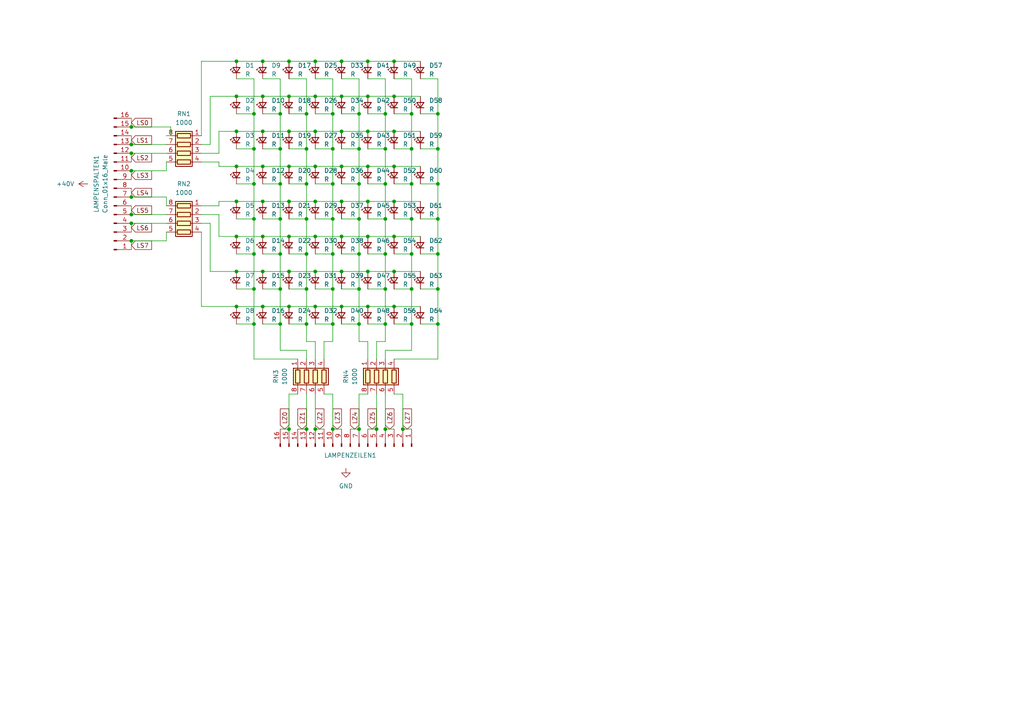
<source format=kicad_sch>
(kicad_sch (version 20250114) (generator "eeschema") (generator_version "9.0")
  (paper "A4")
  (lib_symbols
    (symbol "Connector:Conn_01x16_Pin" (pin_names (offset 1.016) (hide yes))
      (property "Reference" "J" (at 0 20.32 0))
      (property "Value" "Conn_01x16_Pin" (at 0 -22.86 0))
      (symbol "Conn_01x16_Pin_1_1"
        (pin passive line (at 5.08 17.78 180) (length 3.81) (name "Pin_1") (number "1"))
        (pin passive line (at 5.08 15.24 180) (length 3.81) (name "Pin_2") (number "2"))
        (pin passive line (at 5.08 12.7 180) (length 3.81) (name "Pin_3") (number "3"))
        (pin passive line (at 5.08 10.16 180) (length 3.81) (name "Pin_4") (number "4"))
        (pin passive line (at 5.08 7.62 180) (length 3.81) (name "Pin_5") (number "5"))
        (pin passive line (at 5.08 5.08 180) (length 3.81) (name "Pin_6") (number "6"))
        (pin passive line (at 5.08 2.54 180) (length 3.81) (name "Pin_7") (number "7"))
        (pin passive line (at 5.08 0 180) (length 3.81) (name "Pin_8") (number "8"))
        (pin passive line (at 5.08 -2.54 180) (length 3.81) (name "Pin_9") (number "9"))
        (pin passive line (at 5.08 -5.08 180) (length 3.81) (name "Pin_10") (number "10"))
        (pin passive line (at 5.08 -7.62 180) (length 3.81) (name "Pin_11") (number "11"))
        (pin passive line (at 5.08 -10.16 180) (length 3.81) (name "Pin_12") (number "12"))
        (pin passive line (at 5.08 -12.7 180) (length 3.81) (name "Pin_13") (number "13"))
        (pin passive line (at 5.08 -15.24 180) (length 3.81) (name "Pin_14") (number "14"))
        (pin passive line (at 5.08 -17.78 180) (length 3.81) (name "Pin_15") (number "15"))
        (pin passive line (at 5.08 -20.32 180) (length 3.81) (name "Pin_16") (number "16"))
      )
    )
    (symbol "Device:LED_Small" (pin_numbers (hide yes)) (pin_names (offset 0.254) (hide yes))
      (property "Reference" "D" (at -1.27 3.175 0))
      (property "Value" "LED_Small" (at -4.445 -2.54 0))
      (symbol "LED_Small_1_1"
        (pin passive line (at -2.54 0 0) (length 1.778) (name "K") (number "1"))
        (pin passive line (at 2.54 0 180) (length 1.778) (name "A") (number "2"))
      )
    )
    (symbol "Device:R_Pack04" (pin_names (offset 0) (hide yes))
      (property "Reference" "RN" (at -7.62 0 90))
      (property "Value" "R_Pack04" (at 5.08 0 90))
      (symbol "R_Pack04_1_1"
        (pin passive line (at -5.08 5.08 270) (length 2.54) (name "R1.2") (number "8"))
        (pin passive line (at -5.08 -5.08 90) (length 2.54) (name "R1.1") (number "1"))
        (pin passive line (at -2.54 5.08 270) (length 2.54) (name "R2.2") (number "7"))
        (pin passive line (at -2.54 -5.08 90) (length 2.54) (name "R2.1") (number "2"))
        (pin passive line (at 0 5.08 270) (length 2.54) (name "R3.2") (number "6"))
        (pin passive line (at 0 -5.08 90) (length 2.54) (name "R3.1") (number "3"))
        (pin passive line (at 2.54 5.08 270) (length 2.54) (name "R4.2") (number "5"))
        (pin passive line (at 2.54 -5.08 90) (length 2.54) (name "R4.1") (number "4"))
      )
    )
    (symbol "power:+48V" (power) (pin_numbers (hide yes)) (pin_names (offset 0) (hide yes))
      (property "Value" "+48V" (at 0 3.556 0))
      (symbol "+48V_1_1"
        (pin power_in line (at 0 0 90) (length 0) (name "~") (number "1"))
      )
    )
    (symbol "power:GND" (power) (pin_numbers (hide yes)) (pin_names (offset 0) (hide yes))
      (property "Value" "GND" (at 0 -3.81 0))
      (symbol "GND_1_1"
        (pin power_in line (at 0 0 270) (length 0) (name "~") (number "1"))
      )
    )
  )
  (junction (at 106.68 17.78))
  (junction (at 99.06 38.1))
  (junction (at 68.58 88.9))
  (junction (at 81.28 63.5))
  (junction (at 127 63.5))
  (junction (at 91.44 58.42))
  (junction (at 96.52 83.82))
  (junction (at 119.38 73.66))
  (junction (at 114.3 78.74))
  (junction (at 83.82 48.26))
  (junction (at 91.44 17.78))
  (junction (at 91.44 48.26))
  (junction (at 114.3 38.1))
  (junction (at 99.06 27.94))
  (junction (at 76.2 88.9))
  (junction (at 111.76 93.98))
  (junction (at 119.38 83.82))
  (junction (at 96.52 93.98))
  (junction (at 104.14 63.5))
  (junction (at 38.1 64.77))
  (junction (at 111.76 83.82))
  (junction (at 104.14 53.34))
  (junction (at 88.9 93.98))
  (junction (at 119.38 43.18))
  (junction (at 38.1 62.23))
  (junction (at 76.2 58.42))
  (junction (at 127 43.18))
  (junction (at 99.06 88.9))
  (junction (at 83.82 124.46))
  (junction (at 106.68 27.94))
  (junction (at 81.28 83.82))
  (junction (at 111.76 63.5))
  (junction (at 88.9 83.82))
  (junction (at 81.28 93.98))
  (junction (at 96.52 43.18))
  (junction (at 111.76 53.34))
  (junction (at 104.14 124.46))
  (junction (at 81.28 33.02))
  (junction (at 99.06 78.74))
  (junction (at 76.2 27.94))
  (junction (at 104.14 83.82))
  (junction (at 104.14 43.18))
  (junction (at 38.1 69.85))
  (junction (at 88.9 33.02))
  (junction (at 99.06 17.78))
  (junction (at 38.1 57.15))
  (junction (at 73.66 43.18))
  (junction (at 111.76 73.66))
  (junction (at 68.58 68.58))
  (junction (at 127 73.66))
  (junction (at 76.2 78.74))
  (junction (at 96.52 73.66))
  (junction (at 68.58 17.78))
  (junction (at 111.76 33.02))
  (junction (at 83.82 17.78))
  (junction (at 114.3 48.26))
  (junction (at 96.52 63.5))
  (junction (at 119.38 93.98))
  (junction (at 81.28 53.34))
  (junction (at 96.52 53.34))
  (junction (at 73.66 63.5))
  (junction (at 91.44 124.46))
  (junction (at 111.76 124.46))
  (junction (at 127 53.34))
  (junction (at 119.38 33.02))
  (junction (at 88.9 124.46))
  (junction (at 111.76 43.18))
  (junction (at 114.3 68.58))
  (junction (at 127 83.82))
  (junction (at 88.9 43.18))
  (junction (at 99.06 48.26))
  (junction (at 127 33.02))
  (junction (at 114.3 88.9))
  (junction (at 106.68 88.9))
  (junction (at 88.9 73.66))
  (junction (at 83.82 58.42))
  (junction (at 106.68 58.42))
  (junction (at 83.82 78.74))
  (junction (at 83.82 38.1))
  (junction (at 76.2 68.58))
  (junction (at 76.2 38.1))
  (junction (at 106.68 68.58))
  (junction (at 83.82 68.58))
  (junction (at 91.44 68.58))
  (junction (at 76.2 17.78))
  (junction (at 106.68 48.26))
  (junction (at 114.3 58.42))
  (junction (at 106.68 78.74))
  (junction (at 68.58 78.74))
  (junction (at 73.66 83.82))
  (junction (at 68.58 38.1))
  (junction (at 83.82 88.9))
  (junction (at 91.44 27.94))
  (junction (at 81.28 73.66))
  (junction (at 114.3 27.94))
  (junction (at 106.68 38.1))
  (junction (at 68.58 48.26))
  (junction (at 73.66 73.66))
  (junction (at 119.38 63.5))
  (junction (at 96.52 33.02))
  (junction (at 99.06 58.42))
  (junction (at 99.06 68.58))
  (junction (at 96.52 124.46))
  (junction (at 116.84 124.46))
  (junction (at 109.22 124.46))
  (junction (at 114.3 17.78))
  (junction (at 104.14 93.98))
  (junction (at 68.58 27.94))
  (junction (at 88.9 63.5))
  (junction (at 119.38 53.34))
  (junction (at 91.44 78.74))
  (junction (at 81.28 43.18))
  (junction (at 88.9 53.34))
  (junction (at 83.82 27.94))
  (junction (at 38.1 36.83))
  (junction (at 73.66 53.34))
  (junction (at 38.1 44.45))
  (junction (at 91.44 38.1))
  (junction (at 104.14 33.02))
  (junction (at 38.1 41.91))
  (junction (at 38.1 49.53))
  (junction (at 76.2 48.26))
  (junction (at 68.58 58.42))
  (junction (at 73.66 93.98))
  (junction (at 91.44 88.9))
  (junction (at 73.66 33.02))
  (junction (at 127 93.98))
  (junction (at 104.14 73.66))
  (wire (pts (xy 68.58 78.74) (xy 76.2 78.74)))
  (wire (pts (xy 111.76 83.82) (xy 111.76 73.66)))
  (wire (pts (xy 91.44 73.66) (xy 96.52 73.66)))
  (wire (pts (xy 127 33.02) (xy 127 22.86)))
  (wire (pts (xy 106.68 68.58) (xy 114.3 68.58)))
  (wire (pts (xy 111.76 104.14) (xy 111.76 101.6)))
  (wire (pts (xy 81.28 93.98) (xy 81.28 101.6)))
  (wire (pts (xy 93.98 104.14) (xy 93.98 99.06)))
  (wire (pts (xy 88.9 22.86) (xy 83.82 22.86)))
  (wire (pts (xy 88.9 93.98) (xy 88.9 99.06)))
  (wire (pts (xy 38.1 44.45) (xy 48.26 44.45)))
  (wire (pts (xy 93.98 99.06) (xy 96.52 99.06)))
  (wire (pts (xy 83.82 73.66) (xy 88.9 73.66)))
  (wire (pts (xy 68.58 33.02) (xy 73.66 33.02)))
  (wire (pts (xy 91.44 63.5) (xy 96.52 63.5)))
  (wire (pts (xy 60.96 64.77) (xy 60.96 78.74)))
  (wire (pts (xy 60.96 41.91) (xy 60.96 27.94)))
  (wire (pts (xy 104.14 73.66) (xy 104.14 63.5)))
  (wire (pts (xy 83.82 17.78) (xy 91.44 17.78)))
  (wire (pts (xy 106.68 53.34) (xy 111.76 53.34)))
  (wire (pts (xy 121.92 73.66) (xy 127 73.66)))
  (wire (pts (xy 88.9 101.6) (xy 81.28 101.6)))
  (wire (pts (xy 91.44 17.78) (xy 99.06 17.78)))
  (wire (pts (xy 60.96 27.94) (xy 68.58 27.94)))
  (wire (pts (xy 127 63.5) (xy 127 53.34)))
  (wire (pts (xy 86.36 104.14) (xy 73.66 104.14)))
  (wire (pts (xy 81.28 33.02) (xy 81.28 22.86)))
  (wire (pts (xy 58.42 59.69) (xy 63.5 59.69)))
  (wire (pts (xy 73.66 43.18) (xy 73.66 33.02)))
  (wire (pts (xy 93.98 114.3) (xy 96.52 114.3)))
  (wire (pts (xy 106.68 104.14) (xy 106.68 99.06)))
  (wire (pts (xy 63.5 62.23) (xy 63.5 68.58)))
  (wire (pts (xy 104.14 93.98) (xy 104.14 99.06)))
  (wire (pts (xy 38.1 41.91) (xy 48.26 41.91)))
  (wire (pts (xy 76.2 38.1) (xy 83.82 38.1)))
  (wire (pts (xy 111.76 93.98) (xy 111.76 83.82)))
  (wire (pts (xy 91.44 68.58) (xy 99.06 68.58)))
  (wire (pts (xy 58.42 41.91) (xy 60.96 41.91)))
  (wire (pts (xy 91.44 48.26) (xy 99.06 48.26)))
  (wire (pts (xy 99.06 78.74) (xy 106.68 78.74)))
  (wire (pts (xy 91.44 124.46) (xy 93.98 124.46)))
  (wire (pts (xy 114.3 58.42) (xy 121.92 58.42)))
  (wire (pts (xy 73.66 33.02) (xy 73.66 22.86)))
  (wire (pts (xy 76.2 17.78) (xy 83.82 17.78)))
  (wire (pts (xy 96.52 63.5) (xy 96.52 53.34)))
  (wire (pts (xy 63.5 59.69) (xy 63.5 58.42)))
  (wire (pts (xy 60.96 78.74) (xy 68.58 78.74)))
  (wire (pts (xy 127 53.34) (xy 127 43.18)))
  (wire (pts (xy 88.9 93.98) (xy 88.9 83.82)))
  (wire (pts (xy 111.76 22.86) (xy 106.68 22.86)))
  (wire (pts (xy 106.68 114.3) (xy 104.14 114.3)))
  (wire (pts (xy 38.1 54.61) (xy 38.1 57.15)))
  (wire (pts (xy 88.9 63.5) (xy 88.9 53.34)))
  (wire (pts (xy 106.68 33.02) (xy 111.76 33.02)))
  (wire (pts (xy 81.28 73.66) (xy 81.28 63.5)))
  (wire (pts (xy 88.9 43.18) (xy 88.9 33.02)))
  (wire (pts (xy 63.5 38.1) (xy 68.58 38.1)))
  (wire (pts (xy 99.06 27.94) (xy 106.68 27.94)))
  (wire (pts (xy 106.68 38.1) (xy 114.3 38.1)))
  (wire (pts (xy 127 22.86) (xy 121.92 22.86)))
  (wire (pts (xy 106.68 93.98) (xy 111.76 93.98)))
  (wire (pts (xy 121.92 63.5) (xy 127 63.5)))
  (wire (pts (xy 76.2 78.74) (xy 83.82 78.74)))
  (wire (pts (xy 58.42 88.9) (xy 68.58 88.9)))
  (wire (pts (xy 116.84 114.3) (xy 116.84 124.46)))
  (wire (pts (xy 48.26 49.53) (xy 38.1 49.53)))
  (wire (pts (xy 76.2 68.58) (xy 83.82 68.58)))
  (wire (pts (xy 114.3 104.14) (xy 127 104.14)))
  (wire (pts (xy 48.26 59.69) (xy 48.26 57.15)))
  (wire (pts (xy 116.84 124.46) (xy 119.38 124.46)))
  (wire (pts (xy 101.6 124.46) (xy 104.14 124.46)))
  (wire (pts (xy 83.82 93.98) (xy 88.9 93.98)))
  (wire (pts (xy 114.3 48.26) (xy 121.92 48.26)))
  (wire (pts (xy 106.68 48.26) (xy 114.3 48.26)))
  (wire (pts (xy 106.68 43.18) (xy 111.76 43.18)))
  (wire (pts (xy 96.52 124.46) (xy 99.06 124.46)))
  (wire (pts (xy 49.53 39.37) (xy 49.53 36.83)))
  (wire (pts (xy 68.58 48.26) (xy 76.2 48.26)))
  (wire (pts (xy 114.3 73.66) (xy 119.38 73.66)))
  (wire (pts (xy 121.92 83.82) (xy 127 83.82)))
  (wire (pts (xy 38.1 62.23) (xy 48.26 62.23)))
  (wire (pts (xy 91.44 93.98) (xy 96.52 93.98)))
  (wire (pts (xy 104.14 53.34) (xy 104.14 43.18)))
  (wire (pts (xy 76.2 33.02) (xy 81.28 33.02)))
  (wire (pts (xy 114.3 33.02) (xy 119.38 33.02)))
  (wire (pts (xy 104.14 83.82) (xy 104.14 73.66)))
  (wire (pts (xy 91.44 99.06) (xy 88.9 99.06)))
  (wire (pts (xy 38.1 49.53) (xy 38.1 52.07)))
  (wire (pts (xy 88.9 83.82) (xy 88.9 73.66)))
  (wire (pts (xy 68.58 68.58) (xy 76.2 68.58)))
  (wire (pts (xy 106.68 124.46) (xy 109.22 124.46)))
  (wire (pts (xy 104.14 43.18) (xy 104.14 33.02)))
  (wire (pts (xy 76.2 48.26) (xy 83.82 48.26)))
  (wire (pts (xy 111.76 53.34) (xy 111.76 43.18)))
  (wire (pts (xy 99.06 43.18) (xy 104.14 43.18)))
  (wire (pts (xy 76.2 53.34) (xy 81.28 53.34)))
  (wire (pts (xy 99.06 93.98) (xy 104.14 93.98)))
  (wire (pts (xy 114.3 22.86) (xy 119.38 22.86)))
  (wire (pts (xy 81.28 93.98) (xy 81.28 83.82)))
  (wire (pts (xy 127 83.82) (xy 127 73.66)))
  (wire (pts (xy 106.68 83.82) (xy 111.76 83.82)))
  (wire (pts (xy 81.28 22.86) (xy 76.2 22.86)))
  (wire (pts (xy 68.58 43.18) (xy 73.66 43.18)))
  (wire (pts (xy 76.2 88.9) (xy 83.82 88.9)))
  (wire (pts (xy 88.9 104.14) (xy 88.9 101.6)))
  (wire (pts (xy 76.2 63.5) (xy 81.28 63.5)))
  (wire (pts (xy 114.3 53.34) (xy 119.38 53.34)))
  (wire (pts (xy 58.42 67.31) (xy 58.42 88.9)))
  (wire (pts (xy 68.58 73.66) (xy 73.66 73.66)))
  (wire (pts (xy 119.38 22.86) (xy 119.38 33.02)))
  (wire (pts (xy 114.3 93.98) (xy 119.38 93.98)))
  (wire (pts (xy 38.1 34.29) (xy 38.1 36.83)))
  (wire (pts (xy 91.44 114.3) (xy 91.44 124.46)))
  (wire (pts (xy 127 93.98) (xy 127 104.14)))
  (wire (pts (xy 38.1 39.37) (xy 38.1 41.91)))
  (wire (pts (xy 119.38 33.02) (xy 119.38 43.18)))
  (wire (pts (xy 111.76 93.98) (xy 111.76 99.06)))
  (wire (pts (xy 68.58 58.42) (xy 76.2 58.42)))
  (wire (pts (xy 111.76 114.3) (xy 111.76 124.46)))
  (wire (pts (xy 68.58 83.82) (xy 73.66 83.82)))
  (wire (pts (xy 104.14 63.5) (xy 104.14 53.34)))
  (wire (pts (xy 99.06 58.42) (xy 106.68 58.42)))
  (wire (pts (xy 73.66 93.98) (xy 73.66 83.82)))
  (wire (pts (xy 96.52 22.86) (xy 91.44 22.86)))
  (wire (pts (xy 38.1 69.85) (xy 38.1 72.39)))
  (wire (pts (xy 38.1 59.69) (xy 38.1 62.23)))
  (wire (pts (xy 63.5 46.99) (xy 63.5 48.26)))
  (wire (pts (xy 91.44 104.14) (xy 91.44 99.06)))
  (wire (pts (xy 99.06 73.66) (xy 104.14 73.66)))
  (wire (pts (xy 111.76 33.02) (xy 111.76 22.86)))
  (wire (pts (xy 76.2 43.18) (xy 81.28 43.18)))
  (wire (pts (xy 48.26 57.15) (xy 38.1 57.15)))
  (wire (pts (xy 114.3 68.58) (xy 121.92 68.58)))
  (wire (pts (xy 73.66 53.34) (xy 73.66 43.18)))
  (wire (pts (xy 127 43.18) (xy 127 33.02)))
  (wire (pts (xy 86.36 114.3) (xy 83.82 114.3)))
  (wire (pts (xy 96.52 114.3) (xy 96.52 124.46)))
  (wire (pts (xy 121.92 43.18) (xy 127 43.18)))
  (wire (pts (xy 83.82 68.58) (xy 91.44 68.58)))
  (wire (pts (xy 109.22 99.06) (xy 111.76 99.06)))
  (wire (pts (xy 68.58 27.94) (xy 76.2 27.94)))
  (wire (pts (xy 106.68 63.5) (xy 111.76 63.5)))
  (wire (pts (xy 76.2 58.42) (xy 83.82 58.42)))
  (wire (pts (xy 49.53 39.37) (xy 48.26 39.37)))
  (wire (pts (xy 119.38 63.5) (xy 119.38 73.66)))
  (wire (pts (xy 96.52 53.34) (xy 96.52 43.18)))
  (wire (pts (xy 99.06 63.5) (xy 104.14 63.5)))
  (wire (pts (xy 38.1 64.77) (xy 38.1 67.31)))
  (wire (pts (xy 96.52 73.66) (xy 96.52 63.5)))
  (wire (pts (xy 91.44 78.74) (xy 99.06 78.74)))
  (wire (pts (xy 83.82 114.3) (xy 83.82 124.46)))
  (wire (pts (xy 109.22 104.14) (xy 109.22 99.06)))
  (wire (pts (xy 76.2 93.98) (xy 81.28 93.98)))
  (wire (pts (xy 88.9 73.66) (xy 88.9 63.5)))
  (wire (pts (xy 88.9 114.3) (xy 88.9 124.46)))
  (wire (pts (xy 109.22 114.3) (xy 109.22 124.46)))
  (wire (pts (xy 104.14 22.86) (xy 99.06 22.86)))
  (wire (pts (xy 83.82 78.74) (xy 91.44 78.74)))
  (wire (pts (xy 119.38 83.82) (xy 119.38 93.98)))
  (wire (pts (xy 76.2 83.82) (xy 81.28 83.82)))
  (wire (pts (xy 99.06 53.34) (xy 104.14 53.34)))
  (wire (pts (xy 48.26 69.85) (xy 38.1 69.85)))
  (wire (pts (xy 104.14 114.3) (xy 104.14 124.46)))
  (wire (pts (xy 114.3 114.3) (xy 116.84 114.3)))
  (wire (pts (xy 99.06 33.02) (xy 104.14 33.02)))
  (wire (pts (xy 99.06 68.58) (xy 106.68 68.58)))
  (wire (pts (xy 96.52 33.02) (xy 96.52 22.86)))
  (wire (pts (xy 114.3 88.9) (xy 121.92 88.9)))
  (wire (pts (xy 96.52 93.98) (xy 96.52 83.82)))
  (wire (pts (xy 91.44 38.1) (xy 99.06 38.1)))
  (wire (pts (xy 96.52 43.18) (xy 96.52 33.02)))
  (wire (pts (xy 83.82 83.82) (xy 88.9 83.82)))
  (wire (pts (xy 114.3 78.74) (xy 121.92 78.74)))
  (wire (pts (xy 106.68 27.94) (xy 114.3 27.94)))
  (wire (pts (xy 68.58 17.78) (xy 76.2 17.78)))
  (wire (pts (xy 127 73.66) (xy 127 63.5)))
  (wire (pts (xy 58.42 64.77) (xy 60.96 64.77)))
  (wire (pts (xy 49.53 36.83) (xy 38.1 36.83)))
  (wire (pts (xy 38.1 44.45) (xy 38.1 46.99)))
  (wire (pts (xy 91.44 27.94) (xy 99.06 27.94)))
  (wire (pts (xy 111.76 73.66) (xy 111.76 63.5)))
  (wire (pts (xy 91.44 43.18) (xy 96.52 43.18)))
  (wire (pts (xy 83.82 27.94) (xy 91.44 27.94)))
  (wire (pts (xy 58.42 46.99) (xy 63.5 46.99)))
  (wire (pts (xy 127 93.98) (xy 127 83.82)))
  (wire (pts (xy 121.92 33.02) (xy 127 33.02)))
  (wire (pts (xy 88.9 53.34) (xy 88.9 43.18)))
  (wire (pts (xy 114.3 27.94) (xy 121.92 27.94)))
  (wire (pts (xy 83.82 58.42) (xy 91.44 58.42)))
  (wire (pts (xy 63.5 68.58) (xy 68.58 68.58)))
  (wire (pts (xy 63.5 44.45) (xy 63.5 38.1)))
  (wire (pts (xy 99.06 83.82) (xy 104.14 83.82)))
  (wire (pts (xy 48.26 67.31) (xy 48.26 69.85)))
  (wire (pts (xy 99.06 38.1) (xy 106.68 38.1)))
  (wire (pts (xy 73.66 22.86) (xy 68.58 22.86)))
  (wire (pts (xy 104.14 93.98) (xy 104.14 83.82)))
  (wire (pts (xy 99.06 88.9) (xy 106.68 88.9)))
  (wire (pts (xy 91.44 33.02) (xy 96.52 33.02)))
  (wire (pts (xy 111.76 101.6) (xy 119.38 101.6)))
  (wire (pts (xy 81.28 53.34) (xy 81.28 43.18)))
  (wire (pts (xy 83.82 63.5) (xy 88.9 63.5)))
  (wire (pts (xy 81.28 83.82) (xy 81.28 73.66)))
  (wire (pts (xy 91.44 58.42) (xy 99.06 58.42)))
  (wire (pts (xy 114.3 63.5) (xy 119.38 63.5)))
  (wire (pts (xy 119.38 53.34) (xy 119.38 63.5)))
  (wire (pts (xy 63.5 48.26) (xy 68.58 48.26)))
  (wire (pts (xy 106.68 17.78) (xy 114.3 17.78)))
  (wire (pts (xy 91.44 83.82) (xy 96.52 83.82)))
  (wire (pts (xy 83.82 38.1) (xy 91.44 38.1)))
  (wire (pts (xy 73.66 93.98) (xy 73.66 104.14)))
  (wire (pts (xy 119.38 73.66) (xy 119.38 83.82)))
  (wire (pts (xy 68.58 88.9) (xy 76.2 88.9)))
  (wire (pts (xy 119.38 93.98) (xy 119.38 101.6)))
  (wire (pts (xy 73.66 63.5) (xy 73.66 53.34)))
  (wire (pts (xy 121.92 93.98) (xy 127 93.98)))
  (wire (pts (xy 114.3 17.78) (xy 121.92 17.78)))
  (wire (pts (xy 114.3 43.18) (xy 119.38 43.18)))
  (wire (pts (xy 68.58 63.5) (xy 73.66 63.5)))
  (wire (pts (xy 73.66 73.66) (xy 73.66 63.5)))
  (wire (pts (xy 76.2 27.94) (xy 83.82 27.94)))
  (wire (pts (xy 86.36 124.46) (xy 88.9 124.46)))
  (wire (pts (xy 83.82 88.9) (xy 91.44 88.9)))
  (wire (pts (xy 111.76 43.18) (xy 111.76 33.02)))
  (wire (pts (xy 121.92 53.34) (xy 127 53.34)))
  (wire (pts (xy 106.68 99.06) (xy 104.14 99.06)))
  (wire (pts (xy 48.26 46.99) (xy 48.26 49.53)))
  (wire (pts (xy 96.52 83.82) (xy 96.52 73.66)))
  (wire (pts (xy 91.44 53.34) (xy 96.52 53.34)))
  (wire (pts (xy 114.3 83.82) (xy 119.38 83.82)))
  (wire (pts (xy 106.68 78.74) (xy 114.3 78.74)))
  (wire (pts (xy 106.68 58.42) (xy 114.3 58.42)))
  (wire (pts (xy 83.82 33.02) (xy 88.9 33.02)))
  (wire (pts (xy 83.82 53.34) (xy 88.9 53.34)))
  (wire (pts (xy 58.42 62.23) (xy 63.5 62.23)))
  (wire (pts (xy 81.28 63.5) (xy 81.28 53.34)))
  (wire (pts (xy 91.44 88.9) (xy 99.06 88.9)))
  (wire (pts (xy 38.1 64.77) (xy 48.26 64.77)))
  (wire (pts (xy 111.76 63.5) (xy 111.76 53.34)))
  (wire (pts (xy 106.68 73.66) (xy 111.76 73.66)))
  (wire (pts (xy 58.42 39.37) (xy 58.42 17.78)))
  (wire (pts (xy 104.14 33.02) (xy 104.14 22.86)))
  (wire (pts (xy 68.58 38.1) (xy 76.2 38.1)))
  (wire (pts (xy 81.28 124.46) (xy 83.82 124.46)))
  (wire (pts (xy 88.9 33.02) (xy 88.9 22.86)))
  (wire (pts (xy 68.58 53.34) (xy 73.66 53.34)))
  (wire (pts (xy 63.5 58.42) (xy 68.58 58.42)))
  (wire (pts (xy 58.42 17.78) (xy 68.58 17.78)))
  (wire (pts (xy 114.3 38.1) (xy 121.92 38.1)))
  (wire (pts (xy 99.06 48.26) (xy 106.68 48.26)))
  (wire (pts (xy 106.68 88.9) (xy 114.3 88.9)))
  (wire (pts (xy 76.2 73.66) (xy 81.28 73.66)))
  (wire (pts (xy 58.42 44.45) (xy 63.5 44.45)))
  (wire (pts (xy 73.66 83.82) (xy 73.66 73.66)))
  (wire (pts (xy 83.82 48.26) (xy 91.44 48.26)))
  (wire (pts (xy 99.06 17.78) (xy 106.68 17.78)))
  (wire (pts (xy 81.28 43.18) (xy 81.28 33.02)))
  (wire (pts (xy 83.82 43.18) (xy 88.9 43.18)))
  (wire (pts (xy 68.58 93.98) (xy 73.66 93.98)))
  (wire (pts (xy 96.52 93.98) (xy 96.52 99.06)))
  (wire (pts (xy 111.76 124.46) (xy 114.3 124.46)))
  (wire (pts (xy 119.38 43.18) (xy 119.38 53.34)))
  (global_label "LZ0" (shape input) (at 82.55 124.46 90) (property "Intersheetrefs" "${INTERSHEET_REFS}" (effects (hide yes))))
  (global_label "LZ6" (shape input) (at 113.03 124.46 90) (property "Intersheetrefs" "${INTERSHEET_REFS}" (effects (hide yes))))
  (global_label "LS7" (shape input) (at 38.1 71.12 0) (property "Intersheetrefs" "${INTERSHEET_REFS}" (effects (hide yes))))
  (global_label "LZ7" (shape input) (at 118.11 124.46 90) (property "Intersheetrefs" "${INTERSHEET_REFS}" (effects (hide yes))))
  (global_label "LZ4" (shape input) (at 102.87 124.46 90) (property "Intersheetrefs" "${INTERSHEET_REFS}" (effects (hide yes))))
  (global_label "LS0" (shape input) (at 38.1 35.56 0) (property "Intersheetrefs" "${INTERSHEET_REFS}" (effects (hide yes))))
  (global_label "LS4" (shape input) (at 38.1 55.88 0) (property "Intersheetrefs" "${INTERSHEET_REFS}" (effects (hide yes))))
  (global_label "LS1" (shape input) (at 38.1 40.64 0) (property "Intersheetrefs" "${INTERSHEET_REFS}" (effects (hide yes))))
  (global_label "LS3" (shape input) (at 38.1 50.8 0) (property "Intersheetrefs" "${INTERSHEET_REFS}" (effects (hide yes))))
  (global_label "LZ3" (shape input) (at 97.79 124.46 90) (property "Intersheetrefs" "${INTERSHEET_REFS}" (effects (hide yes))))
  (global_label "LZ1" (shape input) (at 87.63 124.46 90) (property "Intersheetrefs" "${INTERSHEET_REFS}" (effects (hide yes))))
  (global_label "LS2" (shape input) (at 38.1 45.72 0) (property "Intersheetrefs" "${INTERSHEET_REFS}" (effects (hide yes))))
  (global_label "LZ5" (shape input) (at 107.95 124.46 90) (property "Intersheetrefs" "${INTERSHEET_REFS}" (effects (hide yes))))
  (global_label "LZ2" (shape input) (at 92.71 124.46 90) (property "Intersheetrefs" "${INTERSHEET_REFS}" (effects (hide yes))))
  (global_label "LS6" (shape input) (at 38.1 66.04 0) (property "Intersheetrefs" "${INTERSHEET_REFS}" (effects (hide yes))))
  (global_label "LS5" (shape input) (at 38.1 60.96 0) (property "Intersheetrefs" "${INTERSHEET_REFS}" (effects (hide yes))))
  (symbol (lib_id "Device:LED_Small") (at 83.82 20.32 90) (unit 1)
    (property "Reference" "D17" (at 86.36 18.9864 90) (effects (justify right)))
    (property "Value" "R" (at 86.36 21.5264 90) (effects (justify right)))
    (property "Footprint" "LED_SMD:LED_0603_1608Metric_Pad1.05x0.95mm_HandSolder" (effects (hide yes)))
    (property "Description" "Light emitting diode, small symbol" (effects (hide yes)))
    (property "Sim.Pin" "1=K 2=A" (effects (hide yes)))
  )
  (symbol (lib_id "Device:LED_Small") (at 106.68 30.48 90) (unit 1)
    (property "Reference" "D42" (at 109.22 29.1464 90) (effects (justify right)))
    (property "Value" "R" (at 109.22 31.6864 90) (effects (justify right)))
    (property "Footprint" "LED_SMD:LED_0603_1608Metric_Pad1.05x0.95mm_HandSolder" (effects (hide yes)))
    (property "Description" "Light emitting diode, small symbol" (effects (hide yes)))
    (property "Sim.Pin" "1=K 2=A" (effects (hide yes)))
  )
  (symbol (lib_id "Device:LED_Small") (at 68.58 30.48 90) (unit 1)
    (property "Reference" "D2" (at 71.12 29.1464 90) (effects (justify right)))
    (property "Value" "R" (at 71.12 31.6864 90) (effects (justify right)))
    (property "Footprint" "LED_SMD:LED_0603_1608Metric_Pad1.05x0.95mm_HandSolder" (effects (hide yes)))
    (property "Description" "Light emitting diode, small symbol" (effects (hide yes)))
    (property "Sim.Pin" "1=K 2=A" (effects (hide yes)))
  )
  (symbol (lib_id "Device:LED_Small") (at 106.68 20.32 90) (unit 1)
    (property "Reference" "D41" (at 109.22 18.9864 90) (effects (justify right)))
    (property "Value" "R" (at 109.22 21.5264 90) (effects (justify right)))
    (property "Footprint" "LED_SMD:LED_0603_1608Metric_Pad1.05x0.95mm_HandSolder" (effects (hide yes)))
    (property "Description" "Light emitting diode, small symbol" (effects (hide yes)))
    (property "Sim.Pin" "1=K 2=A" (effects (hide yes)))
  )
  (symbol (lib_id "Device:LED_Small") (at 83.82 40.64 90) (unit 1)
    (property "Reference" "D19" (at 86.36 39.3064 90) (effects (justify right)))
    (property "Value" "R" (at 86.36 41.8464 90) (effects (justify right)))
    (property "Footprint" "LED_SMD:LED_0603_1608Metric_Pad1.05x0.95mm_HandSolder" (effects (hide yes)))
    (property "Description" "Light emitting diode, small symbol" (effects (hide yes)))
    (property "Sim.Pin" "1=K 2=A" (effects (hide yes)))
  )
  (symbol (lib_id "Device:LED_Small") (at 99.06 50.8 90) (unit 1)
    (property "Reference" "D36" (at 101.6 49.4664 90) (effects (justify right)))
    (property "Value" "R" (at 101.6 52.0064 90) (effects (justify right)))
    (property "Footprint" "LED_SMD:LED_0603_1608Metric_Pad1.05x0.95mm_HandSolder" (effects (hide yes)))
    (property "Description" "Light emitting diode, small symbol" (effects (hide yes)))
    (property "Sim.Pin" "1=K 2=A" (effects (hide yes)))
  )
  (symbol (lib_id "Device:LED_Small") (at 83.82 30.48 90) (unit 1)
    (property "Reference" "D18" (at 86.36 29.1464 90) (effects (justify right)))
    (property "Value" "R" (at 86.36 31.6864 90) (effects (justify right)))
    (property "Footprint" "LED_SMD:LED_0603_1608Metric_Pad1.05x0.95mm_HandSolder" (effects (hide yes)))
    (property "Description" "Light emitting diode, small symbol" (effects (hide yes)))
    (property "Sim.Pin" "1=K 2=A" (effects (hide yes)))
  )
  (symbol (lib_id "Device:LED_Small") (at 91.44 30.48 90) (unit 1)
    (property "Reference" "D26" (at 93.98 29.1464 90) (effects (justify right)))
    (property "Value" "R" (at 93.98 31.6864 90) (effects (justify right)))
    (property "Footprint" "LED_SMD:LED_0603_1608Metric_Pad1.05x0.95mm_HandSolder" (effects (hide yes)))
    (property "Description" "Light emitting diode, small symbol" (effects (hide yes)))
    (property "Sim.Pin" "1=K 2=A" (effects (hide yes)))
  )
  (symbol (lib_id "Device:R_Pack04") (at 53.34 44.45 90) (mirror x) (unit 1)
    (property "Reference" "RN1" (at 53.34 33.02 90))
    (property "Value" "1000" (at 53.34 35.56 90))
    (property "Footprint" "Resistor_SMD:R_Array_Concave_4x0603" (effects (hide yes)))
    (property "Description" "4 resistor network, parallel topology" (effects (hide yes)))
  )
  (symbol (lib_id "Device:LED_Small") (at 114.3 71.12 90) (unit 1)
    (property "Reference" "D54" (at 116.84 69.7864 90) (effects (justify right)))
    (property "Value" "R" (at 116.84 72.3264 90) (effects (justify right)))
    (property "Footprint" "LED_SMD:LED_0603_1608Metric_Pad1.05x0.95mm_HandSolder" (effects (hide yes)))
    (property "Description" "Light emitting diode, small symbol" (effects (hide yes)))
    (property "Sim.Pin" "1=K 2=A" (effects (hide yes)))
  )
  (symbol (lib_id "Device:LED_Small") (at 68.58 40.64 90) (unit 1)
    (property "Reference" "D3" (at 71.12 39.3064 90) (effects (justify right)))
    (property "Value" "R" (at 71.12 41.8464 90) (effects (justify right)))
    (property "Footprint" "LED_SMD:LED_0603_1608Metric_Pad1.05x0.95mm_HandSolder" (effects (hide yes)))
    (property "Description" "Light emitting diode, small symbol" (effects (hide yes)))
    (property "Sim.Pin" "1=K 2=A" (effects (hide yes)))
  )
  (symbol (lib_id "Device:LED_Small") (at 121.92 71.12 90) (unit 1)
    (property "Reference" "D62" (at 124.46 69.7864 90) (effects (justify right)))
    (property "Value" "R" (at 124.46 72.3264 90) (effects (justify right)))
    (property "Footprint" "LED_SMD:LED_0603_1608Metric_Pad1.05x0.95mm_HandSolder" (effects (hide yes)))
    (property "Description" "Light emitting diode, small symbol" (effects (hide yes)))
    (property "Sim.Pin" "1=K 2=A" (effects (hide yes)))
  )
  (symbol (lib_id "Device:LED_Small") (at 99.06 91.44 90) (unit 1)
    (property "Reference" "D40" (at 101.6 90.1064 90) (effects (justify right)))
    (property "Value" "R" (at 101.6 92.6464 90) (effects (justify right)))
    (property "Footprint" "LED_SMD:LED_0603_1608Metric_Pad1.05x0.95mm_HandSolder" (effects (hide yes)))
    (property "Description" "Light emitting diode, small symbol" (effects (hide yes)))
    (property "Sim.Pin" "1=K 2=A" (effects (hide yes)))
  )
  (symbol (lib_id "Device:LED_Small") (at 68.58 81.28 90) (unit 1)
    (property "Reference" "D7" (at 71.12 79.9464 90) (effects (justify right)))
    (property "Value" "R" (at 71.12 82.4864 90) (effects (justify right)))
    (property "Footprint" "LED_SMD:LED_0603_1608Metric_Pad1.05x0.95mm_HandSolder" (effects (hide yes)))
    (property "Description" "Light emitting diode, small symbol" (effects (hide yes)))
    (property "Sim.Pin" "1=K 2=A" (effects (hide yes)))
  )
  (symbol (lib_id "Device:LED_Small") (at 68.58 71.12 90) (unit 1)
    (property "Reference" "D6" (at 71.12 69.7864 90) (effects (justify right)))
    (property "Value" "R" (at 71.12 72.3264 90) (effects (justify right)))
    (property "Footprint" "LED_SMD:LED_0603_1608Metric_Pad1.05x0.95mm_HandSolder" (effects (hide yes)))
    (property "Description" "Light emitting diode, small symbol" (effects (hide yes)))
    (property "Sim.Pin" "1=K 2=A" (effects (hide yes)))
  )
  (symbol (lib_id "Device:LED_Small") (at 114.3 60.96 90) (unit 1)
    (property "Reference" "D53" (at 116.84 59.6264 90) (effects (justify right)))
    (property "Value" "R" (at 116.84 62.1664 90) (effects (justify right)))
    (property "Footprint" "LED_SMD:LED_0603_1608Metric_Pad1.05x0.95mm_HandSolder" (effects (hide yes)))
    (property "Description" "Light emitting diode, small symbol" (effects (hide yes)))
    (property "Sim.Pin" "1=K 2=A" (effects (hide yes)))
  )
  (symbol (lib_id "Device:LED_Small") (at 99.06 30.48 90) (unit 1)
    (property "Reference" "D34" (at 101.6 29.1464 90) (effects (justify right)))
    (property "Value" "R" (at 101.6 31.6864 90) (effects (justify right)))
    (property "Footprint" "LED_SMD:LED_0603_1608Metric_Pad1.05x0.95mm_HandSolder" (effects (hide yes)))
    (property "Description" "Light emitting diode, small symbol" (effects (hide yes)))
    (property "Sim.Pin" "1=K 2=A" (effects (hide yes)))
  )
  (symbol (lib_id "Device:LED_Small") (at 76.2 71.12 90) (unit 1)
    (property "Reference" "D14" (at 78.74 69.7864 90) (effects (justify right)))
    (property "Value" "R" (at 78.74 72.3264 90) (effects (justify right)))
    (property "Footprint" "LED_SMD:LED_0603_1608Metric_Pad1.05x0.95mm_HandSolder" (effects (hide yes)))
    (property "Description" "Light emitting diode, small symbol" (effects (hide yes)))
    (property "Sim.Pin" "1=K 2=A" (effects (hide yes)))
  )
  (symbol (lib_id "Device:LED_Small") (at 121.92 40.64 90) (unit 1)
    (property "Reference" "D59" (at 124.46 39.3064 90) (effects (justify right)))
    (property "Value" "R" (at 124.46 41.8464 90) (effects (justify right)))
    (property "Footprint" "LED_SMD:LED_0603_1608Metric_Pad1.05x0.95mm_HandSolder" (effects (hide yes)))
    (property "Description" "Light emitting diode, small symbol" (effects (hide yes)))
    (property "Sim.Pin" "1=K 2=A" (effects (hide yes)))
  )
  (symbol (lib_id "Device:LED_Small") (at 114.3 20.32 90) (unit 1)
    (property "Reference" "D49" (at 116.84 18.9864 90) (effects (justify right)))
    (property "Value" "R" (at 116.84 21.5264 90) (effects (justify right)))
    (property "Footprint" "LED_SMD:LED_0603_1608Metric_Pad1.05x0.95mm_HandSolder" (effects (hide yes)))
    (property "Description" "Light emitting diode, small symbol" (effects (hide yes)))
    (property "Sim.Pin" "1=K 2=A" (effects (hide yes)))
  )
  (symbol (lib_id "Device:LED_Small") (at 99.06 40.64 90) (unit 1)
    (property "Reference" "D35" (at 101.6 39.3064 90) (effects (justify right)))
    (property "Value" "R" (at 101.6 41.8464 90) (effects (justify right)))
    (property "Footprint" "LED_SMD:LED_0603_1608Metric_Pad1.05x0.95mm_HandSolder" (effects (hide yes)))
    (property "Description" "Light emitting diode, small symbol" (effects (hide yes)))
    (property "Sim.Pin" "1=K 2=A" (effects (hide yes)))
  )
  (symbol (lib_id "power:GND") (at 100.33 135.89 0) (unit 1)
    (property "Reference" "#PWR02" (effects (hide yes)))
    (property "Value" "GND" (at 100.33 140.97 0))
    (property "Description" "Power symbol creates a global label with name \"GND\" , ground" (effects (hide yes)))
  )
  (symbol (lib_id "Device:R_Pack04") (at 111.76 109.22 0) (mirror x) (unit 1)
    (property "Reference" "RN4" (at 100.33 109.22 90))
    (property "Value" "1000" (at 102.87 109.22 90))
    (property "Footprint" "Resistor_SMD:R_Array_Concave_4x0603" (effects (hide yes)))
    (property "Description" "4 resistor network, parallel topology" (effects (hide yes)))
  )
  (symbol (lib_id "Connector:Conn_01x16_Pin") (at 101.6 129.54 270) (mirror x) (unit 1)
    (property "Reference" "LAMPENZEILEN1" (at 101.6 132.08 90))
    (property "Value" "Conn_01x16_Pin" (effects (hide yes)))
    (property "Footprint" "Connector_Lumberg:Lumberg_MSF_B16B-MSF-A_1x16_P2.50mm_Vertical" (effects (hide yes)))
    (property "Description" "Generic connector, single row, 01x16, script generated" (effects (hide yes)))
  )
  (symbol (lib_id "Device:LED_Small") (at 76.2 40.64 90) (unit 1)
    (property "Reference" "D11" (at 78.74 39.3064 90) (effects (justify right)))
    (property "Value" "R" (at 78.74 41.8464 90) (effects (justify right)))
    (property "Footprint" "LED_SMD:LED_0603_1608Metric_Pad1.05x0.95mm_HandSolder" (effects (hide yes)))
    (property "Description" "Light emitting diode, small symbol" (effects (hide yes)))
    (property "Sim.Pin" "1=K 2=A" (effects (hide yes)))
  )
  (symbol (lib_id "Device:LED_Small") (at 91.44 50.8 90) (unit 1)
    (property "Reference" "D28" (at 93.98 49.4664 90) (effects (justify right)))
    (property "Value" "R" (at 93.98 52.0064 90) (effects (justify right)))
    (property "Footprint" "LED_SMD:LED_0603_1608Metric_Pad1.05x0.95mm_HandSolder" (effects (hide yes)))
    (property "Description" "Light emitting diode, small symbol" (effects (hide yes)))
    (property "Sim.Pin" "1=K 2=A" (effects (hide yes)))
  )
  (symbol (lib_id "Device:LED_Small") (at 121.92 81.28 90) (unit 1)
    (property "Reference" "D63" (at 124.46 79.9464 90) (effects (justify right)))
    (property "Value" "R" (at 124.46 82.4864 90) (effects (justify right)))
    (property "Footprint" "LED_SMD:LED_0603_1608Metric_Pad1.05x0.95mm_HandSolder" (effects (hide yes)))
    (property "Description" "Light emitting diode, small symbol" (effects (hide yes)))
    (property "Sim.Pin" "1=K 2=A" (effects (hide yes)))
  )
  (symbol (lib_id "Device:LED_Small") (at 114.3 81.28 90) (unit 1)
    (property "Reference" "D55" (at 116.84 79.9464 90) (effects (justify right)))
    (property "Value" "R" (at 116.84 82.4864 90) (effects (justify right)))
    (property "Footprint" "LED_SMD:LED_0603_1608Metric_Pad1.05x0.95mm_HandSolder" (effects (hide yes)))
    (property "Description" "Light emitting diode, small symbol" (effects (hide yes)))
    (property "Sim.Pin" "1=K 2=A" (effects (hide yes)))
  )
  (symbol (lib_id "Device:LED_Small") (at 114.3 40.64 90) (unit 1)
    (property "Reference" "D51" (at 116.84 39.3064 90) (effects (justify right)))
    (property "Value" "R" (at 116.84 41.8464 90) (effects (justify right)))
    (property "Footprint" "LED_SMD:LED_0603_1608Metric_Pad1.05x0.95mm_HandSolder" (effects (hide yes)))
    (property "Description" "Light emitting diode, small symbol" (effects (hide yes)))
    (property "Sim.Pin" "1=K 2=A" (effects (hide yes)))
  )
  (symbol (lib_id "Device:LED_Small") (at 121.92 20.32 90) (unit 1)
    (property "Reference" "D57" (at 124.46 18.9864 90) (effects (justify right)))
    (property "Value" "R" (at 124.46 21.5264 90) (effects (justify right)))
    (property "Footprint" "LED_SMD:LED_0603_1608Metric_Pad1.05x0.95mm_HandSolder" (effects (hide yes)))
    (property "Description" "Light emitting diode, small symbol" (effects (hide yes)))
    (property "Sim.Pin" "1=K 2=A" (effects (hide yes)))
  )
  (symbol (lib_id "Device:R_Pack04") (at 53.34 64.77 90) (mirror x) (unit 1)
    (property "Reference" "RN2" (at 53.34 53.34 90))
    (property "Value" "1000" (at 53.34 55.88 90))
    (property "Footprint" "Resistor_SMD:R_Array_Concave_4x0603" (effects (hide yes)))
    (property "Description" "4 resistor network, parallel topology" (effects (hide yes)))
  )
  (symbol (lib_id "Device:LED_Small") (at 114.3 91.44 90) (unit 1)
    (property "Reference" "D56" (at 116.84 90.1064 90) (effects (justify right)))
    (property "Value" "R" (at 116.84 92.6464 90) (effects (justify right)))
    (property "Footprint" "LED_SMD:LED_0603_1608Metric_Pad1.05x0.95mm_HandSolder" (effects (hide yes)))
    (property "Description" "Light emitting diode, small symbol" (effects (hide yes)))
    (property "Sim.Pin" "1=K 2=A" (effects (hide yes)))
  )
  (symbol (lib_id "power:+48V") (at 25.4 53.34 90) (mirror x) (unit 1)
    (property "Reference" "#PWR01" (effects (hide yes)))
    (property "Value" "+40V" (at 21.59 53.3399 90) (effects (justify left)))
    (property "Description" "Power symbol creates a global label with name \"+48V\"" (effects (hide yes)))
  )
  (symbol (lib_id "Device:LED_Small") (at 106.68 40.64 90) (unit 1)
    (property "Reference" "D43" (at 109.22 39.3064 90) (effects (justify right)))
    (property "Value" "R" (at 109.22 41.8464 90) (effects (justify right)))
    (property "Footprint" "LED_SMD:LED_0603_1608Metric_Pad1.05x0.95mm_HandSolder" (effects (hide yes)))
    (property "Description" "Light emitting diode, small symbol" (effects (hide yes)))
    (property "Sim.Pin" "1=K 2=A" (effects (hide yes)))
  )
  (symbol (lib_id "Device:LED_Small") (at 114.3 50.8 90) (unit 1)
    (property "Reference" "D52" (at 116.84 49.4664 90) (effects (justify right)))
    (property "Value" "R" (at 116.84 52.0064 90) (effects (justify right)))
    (property "Footprint" "LED_SMD:LED_0603_1608Metric_Pad1.05x0.95mm_HandSolder" (effects (hide yes)))
    (property "Description" "Light emitting diode, small symbol" (effects (hide yes)))
    (property "Sim.Pin" "1=K 2=A" (effects (hide yes)))
  )
  (symbol (lib_id "Device:LED_Small") (at 83.82 91.44 90) (unit 1)
    (property "Reference" "D24" (at 86.36 90.1064 90) (effects (justify right)))
    (property "Value" "R" (at 86.36 92.6464 90) (effects (justify right)))
    (property "Footprint" "LED_SMD:LED_0603_1608Metric_Pad1.05x0.95mm_HandSolder" (effects (hide yes)))
    (property "Description" "Light emitting diode, small symbol" (effects (hide yes)))
    (property "Sim.Pin" "1=K 2=A" (effects (hide yes)))
  )
  (symbol (lib_id "Device:LED_Small") (at 121.92 60.96 90) (unit 1)
    (property "Reference" "D61" (at 124.46 59.6264 90) (effects (justify right)))
    (property "Value" "R" (at 124.46 62.1664 90) (effects (justify right)))
    (property "Footprint" "LED_SMD:LED_0603_1608Metric_Pad1.05x0.95mm_HandSolder" (effects (hide yes)))
    (property "Description" "Light emitting diode, small symbol" (effects (hide yes)))
    (property "Sim.Pin" "1=K 2=A" (effects (hide yes)))
  )
  (symbol (lib_id "Device:R_Pack04") (at 91.44 109.22 0) (mirror x) (unit 1)
    (property "Reference" "RN3" (at 80.01 109.22 90))
    (property "Value" "1000" (at 82.55 109.22 90))
    (property "Footprint" "Resistor_SMD:R_Array_Concave_4x0603" (effects (hide yes)))
    (property "Description" "4 resistor network, parallel topology" (effects (hide yes)))
  )
  (symbol (lib_id "Device:LED_Small") (at 76.2 30.48 90) (unit 1)
    (property "Reference" "D10" (at 78.74 29.1464 90) (effects (justify right)))
    (property "Value" "R" (at 78.74 31.6864 90) (effects (justify right)))
    (property "Footprint" "LED_SMD:LED_0603_1608Metric_Pad1.05x0.95mm_HandSolder" (effects (hide yes)))
    (property "Description" "Light emitting diode, small symbol" (effects (hide yes)))
    (property "Sim.Pin" "1=K 2=A" (effects (hide yes)))
  )
  (symbol (lib_id "Connector:Conn_01x16_Pin") (at 33.02 54.61 0) (mirror x) (unit 1)
    (property "Reference" "LAMPENSPALTEN1" (at 27.94 53.34 90))
    (property "Value" "Conn_01x16_Male" (at 30.48 53.34 90))
    (property "Footprint" "Connector_Lumberg:Lumberg_MSF_B16B-MSF-A_1x16_P2.50mm_Vertical" (effects (hide yes)))
    (property "Description" "Generic connector, single row, 01x16, script generated" (effects (hide yes)))
  )
  (symbol (lib_id "Device:LED_Small") (at 99.06 20.32 90) (unit 1)
    (property "Reference" "D33" (at 101.6 18.9864 90) (effects (justify right)))
    (property "Value" "R" (at 101.6 21.5264 90) (effects (justify right)))
    (property "Footprint" "LED_SMD:LED_0603_1608Metric_Pad1.05x0.95mm_HandSolder" (effects (hide yes)))
    (property "Description" "Light emitting diode, small symbol" (effects (hide yes)))
    (property "Sim.Pin" "1=K 2=A" (effects (hide yes)))
  )
  (symbol (lib_id "Device:LED_Small") (at 114.3 30.48 90) (unit 1)
    (property "Reference" "D50" (at 116.84 29.1464 90) (effects (justify right)))
    (property "Value" "R" (at 116.84 31.6864 90) (effects (justify right)))
    (property "Footprint" "LED_SMD:LED_0603_1608Metric_Pad1.05x0.95mm_HandSolder" (effects (hide yes)))
    (property "Description" "Light emitting diode, small symbol" (effects (hide yes)))
    (property "Sim.Pin" "1=K 2=A" (effects (hide yes)))
  )
  (symbol (lib_id "Device:LED_Small") (at 99.06 71.12 90) (unit 1)
    (property "Reference" "D38" (at 101.6 69.7864 90) (effects (justify right)))
    (property "Value" "R" (at 101.6 72.3264 90) (effects (justify right)))
    (property "Footprint" "LED_SMD:LED_0603_1608Metric_Pad1.05x0.95mm_HandSolder" (effects (hide yes)))
    (property "Description" "Light emitting diode, small symbol" (effects (hide yes)))
    (property "Sim.Pin" "1=K 2=A" (effects (hide yes)))
  )
  (symbol (lib_id "Device:LED_Small") (at 68.58 91.44 90) (unit 1)
    (property "Reference" "D8" (at 71.12 90.1064 90) (effects (justify right)))
    (property "Value" "R" (at 71.12 92.6464 90) (effects (justify right)))
    (property "Footprint" "LED_SMD:LED_0603_1608Metric_Pad1.05x0.95mm_HandSolder" (effects (hide yes)))
    (property "Description" "Light emitting diode, small symbol" (effects (hide yes)))
    (property "Sim.Pin" "1=K 2=A" (effects (hide yes)))
  )
  (symbol (lib_id "Device:LED_Small") (at 99.06 81.28 90) (unit 1)
    (property "Reference" "D39" (at 101.6 79.9464 90) (effects (justify right)))
    (property "Value" "R" (at 101.6 82.4864 90) (effects (justify right)))
    (property "Footprint" "LED_SMD:LED_0603_1608Metric_Pad1.05x0.95mm_HandSolder" (effects (hide yes)))
    (property "Description" "Light emitting diode, small symbol" (effects (hide yes)))
    (property "Sim.Pin" "1=K 2=A" (effects (hide yes)))
  )
  (symbol (lib_id "Device:LED_Small") (at 91.44 81.28 90) (unit 1)
    (property "Reference" "D31" (at 93.98 79.9464 90) (effects (justify right)))
    (property "Value" "R" (at 93.98 82.4864 90) (effects (justify right)))
    (property "Footprint" "LED_SMD:LED_0603_1608Metric_Pad1.05x0.95mm_HandSolder" (effects (hide yes)))
    (property "Description" "Light emitting diode, small symbol" (effects (hide yes)))
    (property "Sim.Pin" "1=K 2=A" (effects (hide yes)))
  )
  (symbol (lib_id "Device:LED_Small") (at 106.68 91.44 90) (unit 1)
    (property "Reference" "D48" (at 109.22 90.1064 90) (effects (justify right)))
    (property "Value" "R" (at 109.22 92.6464 90) (effects (justify right)))
    (property "Footprint" "LED_SMD:LED_0603_1608Metric_Pad1.05x0.95mm_HandSolder" (effects (hide yes)))
    (property "Description" "Light emitting diode, small symbol" (effects (hide yes)))
    (property "Sim.Pin" "1=K 2=A" (effects (hide yes)))
  )
  (symbol (lib_id "Device:LED_Small") (at 68.58 60.96 90) (unit 1)
    (property "Reference" "D5" (at 71.12 59.6264 90) (effects (justify right)))
    (property "Value" "R" (at 71.12 62.1664 90) (effects (justify right)))
    (property "Footprint" "LED_SMD:LED_0603_1608Metric_Pad1.05x0.95mm_HandSolder" (effects (hide yes)))
    (property "Description" "Light emitting diode, small symbol" (effects (hide yes)))
    (property "Sim.Pin" "1=K 2=A" (effects (hide yes)))
  )
  (symbol (lib_id "Device:LED_Small") (at 68.58 50.8 90) (unit 1)
    (property "Reference" "D4" (at 71.12 49.4664 90) (effects (justify right)))
    (property "Value" "R" (at 71.12 52.0064 90) (effects (justify right)))
    (property "Footprint" "LED_SMD:LED_0603_1608Metric_Pad1.05x0.95mm_HandSolder" (effects (hide yes)))
    (property "Description" "Light emitting diode, small symbol" (effects (hide yes)))
    (property "Sim.Pin" "1=K 2=A" (effects (hide yes)))
  )
  (symbol (lib_id "Device:LED_Small") (at 121.92 50.8 90) (unit 1)
    (property "Reference" "D60" (at 124.46 49.4664 90) (effects (justify right)))
    (property "Value" "R" (at 124.46 52.0064 90) (effects (justify right)))
    (property "Footprint" "LED_SMD:LED_0603_1608Metric_Pad1.05x0.95mm_HandSolder" (effects (hide yes)))
    (property "Description" "Light emitting diode, small symbol" (effects (hide yes)))
    (property "Sim.Pin" "1=K 2=A" (effects (hide yes)))
  )
  (symbol (lib_id "Device:LED_Small") (at 83.82 71.12 90) (unit 1)
    (property "Reference" "D22" (at 86.36 69.7864 90) (effects (justify right)))
    (property "Value" "R" (at 86.36 72.3264 90) (effects (justify right)))
    (property "Footprint" "LED_SMD:LED_0603_1608Metric_Pad1.05x0.95mm_HandSolder" (effects (hide yes)))
    (property "Description" "Light emitting diode, small symbol" (effects (hide yes)))
    (property "Sim.Pin" "1=K 2=A" (effects (hide yes)))
  )
  (symbol (lib_id "Device:LED_Small") (at 76.2 81.28 90) (unit 1)
    (property "Reference" "D15" (at 78.74 79.9464 90) (effects (justify right)))
    (property "Value" "R" (at 78.74 82.4864 90) (effects (justify right)))
    (property "Footprint" "LED_SMD:LED_0603_1608Metric_Pad1.05x0.95mm_HandSolder" (effects (hide yes)))
    (property "Description" "Light emitting diode, small symbol" (effects (hide yes)))
    (property "Sim.Pin" "1=K 2=A" (effects (hide yes)))
  )
  (symbol (lib_id "Device:LED_Small") (at 106.68 81.28 90) (unit 1)
    (property "Reference" "D47" (at 109.22 79.9464 90) (effects (justify right)))
    (property "Value" "R" (at 109.22 82.4864 90) (effects (justify right)))
    (property "Footprint" "LED_SMD:LED_0603_1608Metric_Pad1.05x0.95mm_HandSolder" (effects (hide yes)))
    (property "Description" "Light emitting diode, small symbol" (effects (hide yes)))
    (property "Sim.Pin" "1=K 2=A" (effects (hide yes)))
  )
  (symbol (lib_id "Device:LED_Small") (at 83.82 60.96 90) (unit 1)
    (property "Reference" "D21" (at 86.36 59.6264 90) (effects (justify right)))
    (property "Value" "R" (at 86.36 62.1664 90) (effects (justify right)))
    (property "Footprint" "LED_SMD:LED_0603_1608Metric_Pad1.05x0.95mm_HandSolder" (effects (hide yes)))
    (property "Description" "Light emitting diode, small symbol" (effects (hide yes)))
    (property "Sim.Pin" "1=K 2=A" (effects (hide yes)))
  )
  (symbol (lib_id "Device:LED_Small") (at 68.58 20.32 90) (unit 1)
    (property "Reference" "D1" (at 71.12 18.9864 90) (effects (justify right)))
    (property "Value" "R" (at 71.12 21.5264 90) (effects (justify right)))
    (property "Footprint" "LED_SMD:LED_0603_1608Metric_Pad1.05x0.95mm_HandSolder" (effects (hide yes)))
    (property "Description" "Light emitting diode, small symbol" (effects (hide yes)))
    (property "Sim.Pin" "1=K 2=A" (effects (hide yes)))
  )
  (symbol (lib_id "Device:LED_Small") (at 121.92 30.48 90) (unit 1)
    (property "Reference" "D58" (at 124.46 29.1464 90) (effects (justify right)))
    (property "Value" "R" (at 124.46 31.6864 90) (effects (justify right)))
    (property "Footprint" "LED_SMD:LED_0603_1608Metric_Pad1.05x0.95mm_HandSolder" (effects (hide yes)))
    (property "Description" "Light emitting diode, small symbol" (effects (hide yes)))
    (property "Sim.Pin" "1=K 2=A" (effects (hide yes)))
  )
  (symbol (lib_id "Device:LED_Small") (at 76.2 91.44 90) (unit 1)
    (property "Reference" "D16" (at 78.74 90.1064 90) (effects (justify right)))
    (property "Value" "R" (at 78.74 92.6464 90) (effects (justify right)))
    (property "Footprint" "LED_SMD:LED_0603_1608Metric_Pad1.05x0.95mm_HandSolder" (effects (hide yes)))
    (property "Description" "Light emitting diode, small symbol" (effects (hide yes)))
    (property "Sim.Pin" "1=K 2=A" (effects (hide yes)))
  )
  (symbol (lib_id "Device:LED_Small") (at 106.68 60.96 90) (unit 1)
    (property "Reference" "D45" (at 109.22 59.6264 90) (effects (justify right)))
    (property "Value" "R" (at 109.22 62.1664 90) (effects (justify right)))
    (property "Footprint" "LED_SMD:LED_0603_1608Metric_Pad1.05x0.95mm_HandSolder" (effects (hide yes)))
    (property "Description" "Light emitting diode, small symbol" (effects (hide yes)))
    (property "Sim.Pin" "1=K 2=A" (effects (hide yes)))
  )
  (symbol (lib_id "Device:LED_Small") (at 76.2 50.8 90) (unit 1)
    (property "Reference" "D12" (at 78.74 49.4664 90) (effects (justify right)))
    (property "Value" "R" (at 78.74 52.0064 90) (effects (justify right)))
    (property "Footprint" "LED_SMD:LED_0603_1608Metric_Pad1.05x0.95mm_HandSolder" (effects (hide yes)))
    (property "Description" "Light emitting diode, small symbol" (effects (hide yes)))
    (property "Sim.Pin" "1=K 2=A" (effects (hide yes)))
  )
  (symbol (lib_id "Device:LED_Small") (at 121.92 91.44 90) (unit 1)
    (property "Reference" "D64" (at 124.46 90.1064 90) (effects (justify right)))
    (property "Value" "R" (at 124.46 92.6464 90) (effects (justify right)))
    (property "Footprint" "LED_SMD:LED_0603_1608Metric_Pad1.05x0.95mm_HandSolder" (effects (hide yes)))
    (property "Description" "Light emitting diode, small symbol" (effects (hide yes)))
    (property "Sim.Pin" "1=K 2=A" (effects (hide yes)))
  )
  (symbol (lib_id "Device:LED_Small") (at 91.44 71.12 90) (unit 1)
    (property "Reference" "D30" (at 93.98 69.7864 90) (effects (justify right)))
    (property "Value" "R" (at 93.98 72.3264 90) (effects (justify right)))
    (property "Footprint" "LED_SMD:LED_0603_1608Metric_Pad1.05x0.95mm_HandSolder" (effects (hide yes)))
    (property "Description" "Light emitting diode, small symbol" (effects (hide yes)))
    (property "Sim.Pin" "1=K 2=A" (effects (hide yes)))
  )
  (symbol (lib_id "Device:LED_Small") (at 91.44 20.32 90) (unit 1)
    (property "Reference" "D25" (at 93.98 18.9864 90) (effects (justify right)))
    (property "Value" "R" (at 93.98 21.5264 90) (effects (justify right)))
    (property "Footprint" "LED_SMD:LED_0603_1608Metric_Pad1.05x0.95mm_HandSolder" (effects (hide yes)))
    (property "Description" "Light emitting diode, small symbol" (effects (hide yes)))
    (property "Sim.Pin" "1=K 2=A" (effects (hide yes)))
  )
  (symbol (lib_id "Device:LED_Small") (at 76.2 20.32 90) (unit 1)
    (property "Reference" "D9" (at 78.74 18.9864 90) (effects (justify right)))
    (property "Value" "R" (at 78.74 21.5264 90) (effects (justify right)))
    (property "Footprint" "LED_SMD:LED_0603_1608Metric_Pad1.05x0.95mm_HandSolder" (effects (hide yes)))
    (property "Description" "Light emitting diode, small symbol" (effects (hide yes)))
    (property "Sim.Pin" "1=K 2=A" (effects (hide yes)))
  )
  (symbol (lib_id "Device:LED_Small") (at 91.44 91.44 90) (unit 1)
    (property "Reference" "D32" (at 93.98 90.1064 90) (effects (justify right)))
    (property "Value" "R" (at 93.98 92.6464 90) (effects (justify right)))
    (property "Footprint" "LED_SMD:LED_0603_1608Metric_Pad1.05x0.95mm_HandSolder" (effects (hide yes)))
    (property "Description" "Light emitting diode, small symbol" (effects (hide yes)))
    (property "Sim.Pin" "1=K 2=A" (effects (hide yes)))
  )
  (symbol (lib_id "Device:LED_Small") (at 99.06 60.96 90) (unit 1)
    (property "Reference" "D37" (at 101.6 59.6264 90) (effects (justify right)))
    (property "Value" "R" (at 101.6 62.1664 90) (effects (justify right)))
    (property "Footprint" "LED_SMD:LED_0603_1608Metric_Pad1.05x0.95mm_HandSolder" (effects (hide yes)))
    (property "Description" "Light emitting diode, small symbol" (effects (hide yes)))
    (property "Sim.Pin" "1=K 2=A" (effects (hide yes)))
  )
  (symbol (lib_id "Device:LED_Small") (at 106.68 50.8 90) (unit 1)
    (property "Reference" "D44" (at 109.22 49.4664 90) (effects (justify right)))
    (property "Value" "R" (at 109.22 52.0064 90) (effects (justify right)))
    (property "Footprint" "LED_SMD:LED_0603_1608Metric_Pad1.05x0.95mm_HandSolder" (effects (hide yes)))
    (property "Description" "Light emitting diode, small symbol" (effects (hide yes)))
    (property "Sim.Pin" "1=K 2=A" (effects (hide yes)))
  )
  (symbol (lib_id "Device:LED_Small") (at 91.44 60.96 90) (unit 1)
    (property "Reference" "D29" (at 93.98 59.6264 90) (effects (justify right)))
    (property "Value" "R" (at 93.98 62.1664 90) (effects (justify right)))
    (property "Footprint" "LED_SMD:LED_0603_1608Metric_Pad1.05x0.95mm_HandSolder" (effects (hide yes)))
    (property "Description" "Light emitting diode, small symbol" (effects (hide yes)))
    (property "Sim.Pin" "1=K 2=A" (effects (hide yes)))
  )
  (symbol (lib_id "Device:LED_Small") (at 76.2 60.96 90) (unit 1)
    (property "Reference" "D13" (at 78.74 59.6264 90) (effects (justify right)))
    (property "Value" "R" (at 78.74 62.1664 90) (effects (justify right)))
    (property "Footprint" "LED_SMD:LED_0603_1608Metric_Pad1.05x0.95mm_HandSolder" (effects (hide yes)))
    (property "Description" "Light emitting diode, small symbol" (effects (hide yes)))
    (property "Sim.Pin" "1=K 2=A" (effects (hide yes)))
  )
  (symbol (lib_id "Device:LED_Small") (at 106.68 71.12 90) (unit 1)
    (property "Reference" "D46" (at 109.22 69.7864 90) (effects (justify right)))
    (property "Value" "R" (at 109.22 72.3264 90) (effects (justify right)))
    (property "Footprint" "LED_SMD:LED_0603_1608Metric_Pad1.05x0.95mm_HandSolder" (effects (hide yes)))
    (property "Description" "Light emitting diode, small symbol" (effects (hide yes)))
    (property "Sim.Pin" "1=K 2=A" (effects (hide yes)))
  )
  (symbol (lib_id "Device:LED_Small") (at 83.82 81.28 90) (unit 1)
    (property "Reference" "D23" (at 86.36 79.9464 90) (effects (justify right)))
    (property "Value" "R" (at 86.36 82.4864 90) (effects (justify right)))
    (property "Footprint" "LED_SMD:LED_0603_1608Metric_Pad1.05x0.95mm_HandSolder" (effects (hide yes)))
    (property "Description" "Light emitting diode, small symbol" (effects (hide yes)))
    (property "Sim.Pin" "1=K 2=A" (effects (hide yes)))
  )
  (symbol (lib_id "Device:LED_Small") (at 91.44 40.64 90) (unit 1)
    (property "Reference" "D27" (at 93.98 39.3064 90) (effects (justify right)))
    (property "Value" "R" (at 93.98 41.8464 90) (effects (justify right)))
    (property "Footprint" "LED_SMD:LED_0603_1608Metric_Pad1.05x0.95mm_HandSolder" (effects (hide yes)))
    (property "Description" "Light emitting diode, small symbol" (effects (hide yes)))
    (property "Sim.Pin" "1=K 2=A" (effects (hide yes)))
  )
  (symbol (lib_id "Device:LED_Small") (at 83.82 50.8 90) (unit 1)
    (property "Reference" "D20" (at 86.36 49.4664 90) (effects (justify right)))
    (property "Value" "R" (at 86.36 52.0064 90) (effects (justify right)))
    (property "Footprint" "LED_SMD:LED_0603_1608Metric_Pad1.05x0.95mm_HandSolder" (effects (hide yes)))
    (property "Description" "Light emitting diode, small symbol" (effects (hide yes)))
    (property "Sim.Pin" "1=K 2=A" (effects (hide yes)))
  )
)
</source>
